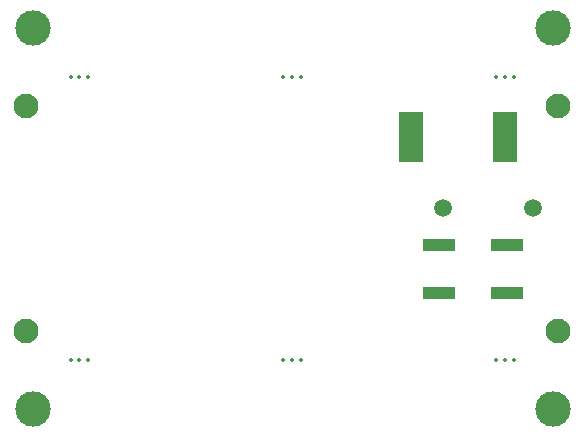
<source format=gts>
%TF.GenerationSoftware,KiCad,Pcbnew,(5.1.8)-1*%
%TF.CreationDate,2021-01-16T15:49:20-05:00*%
%TF.ProjectId,uratt_fp,75726174-745f-4667-902e-6b696361645f,rev?*%
%TF.SameCoordinates,Original*%
%TF.FileFunction,Soldermask,Top*%
%TF.FilePolarity,Negative*%
%FSLAX46Y46*%
G04 Gerber Fmt 4.6, Leading zero omitted, Abs format (unit mm)*
G04 Created by KiCad (PCBNEW (5.1.8)-1) date 2021-01-16 15:49:20*
%MOMM*%
%LPD*%
G01*
G04 APERTURE LIST*
%ADD10C,1.508000*%
%ADD11C,3.000000*%
%ADD12C,0.350000*%
%ADD13R,2.800000X1.000000*%
%ADD14C,2.100000*%
%ADD15R,2.000000X4.200000*%
G04 APERTURE END LIST*
D10*
%TO.C,LS101*%
X74950000Y-137500000D03*
X82550000Y-137500000D03*
%TD*%
D11*
%TO.C,FID6*%
X84250000Y-122250000D03*
%TD*%
%TO.C,FID5*%
X40250000Y-122250000D03*
%TD*%
%TO.C,FID2*%
X84250000Y-154500000D03*
%TD*%
%TO.C,FID1*%
X40250000Y-154500000D03*
%TD*%
D12*
%TO.C,BK6*%
X80146000Y-126380000D03*
X79396000Y-126380000D03*
X80896000Y-126380000D03*
%TD*%
%TO.C,BK5*%
X62146000Y-126380000D03*
X61396000Y-126380000D03*
X62896000Y-126380000D03*
%TD*%
%TO.C,BK4*%
X44146000Y-126380000D03*
X43396000Y-126380000D03*
X44896000Y-126380000D03*
%TD*%
%TO.C,BK3*%
X80146000Y-150380000D03*
X80896000Y-150380000D03*
X79396000Y-150380000D03*
%TD*%
%TO.C,BK2*%
X62146000Y-150380000D03*
X62896000Y-150380000D03*
X61396000Y-150380000D03*
%TD*%
%TO.C,BK1*%
X44146000Y-150380000D03*
X44896000Y-150380000D03*
X43396000Y-150380000D03*
%TD*%
D13*
%TO.C,SW101*%
X80370000Y-144648000D03*
X74570000Y-144648000D03*
X80370000Y-140648000D03*
X74570000Y-140648000D03*
%TD*%
D14*
%TO.C,H104*%
X39646000Y-147880000D03*
%TD*%
%TO.C,H103*%
X84646000Y-147880000D03*
%TD*%
%TO.C,H102*%
X39646000Y-128880000D03*
%TD*%
%TO.C,H101*%
X84646000Y-128880000D03*
%TD*%
D15*
%TO.C,BZ101*%
X80200000Y-131456000D03*
X72200000Y-131456000D03*
%TD*%
M02*

</source>
